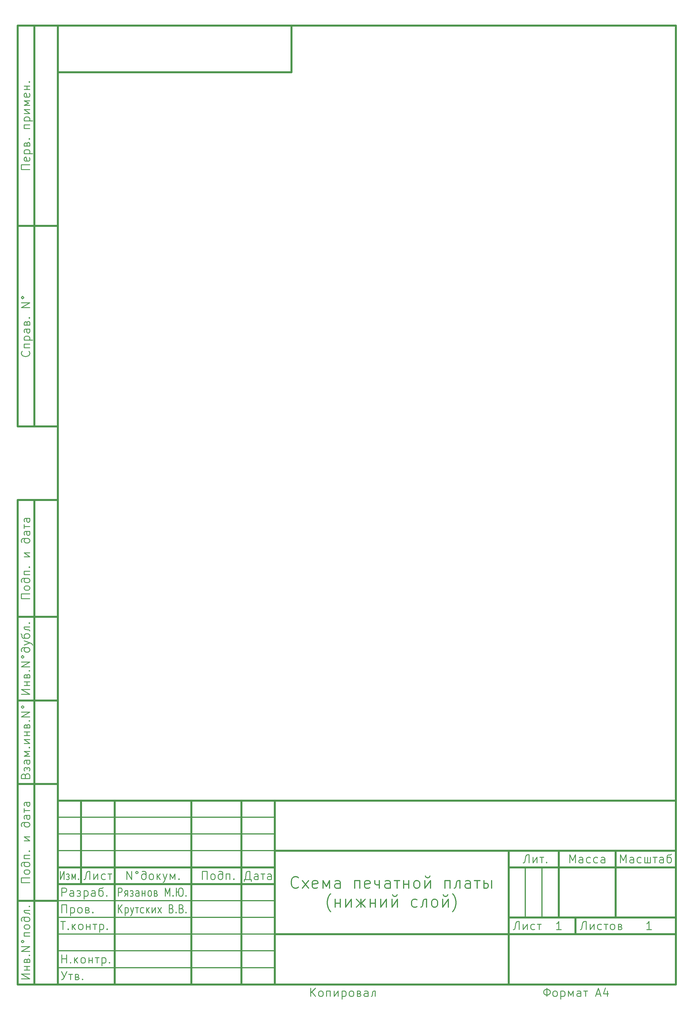
<source format=gbr>
%TF.GenerationSoftware,KiCad,Pcbnew,(6.0.0)*%
%TF.CreationDate,2022-01-12T10:47:11+03:00*%
%TF.ProjectId,Curse_PCB,43757273-655f-4504-9342-2e6b69636164,rev?*%
%TF.SameCoordinates,Original*%
%TF.FileFunction,Glue,Bot*%
%TF.FilePolarity,Positive*%
%FSLAX46Y46*%
G04 Gerber Fmt 4.6, Leading zero omitted, Abs format (unit mm)*
G04 Created by KiCad (PCBNEW (6.0.0)) date 2022-01-12 10:47:11*
%MOMM*%
%LPD*%
G01*
G04 APERTURE LIST*
%ADD10C,0.100000*%
%ADD11C,0.600000*%
%ADD12C,0.300000*%
%ADD13C,0.250000*%
%ADD14C,0.350000*%
%ADD15C,0.500000*%
G04 APERTURE END LIST*
D10*
D11*
X20000000Y-292002200D02*
X20000000Y-5000000D01*
X205007200Y-5000000D01*
X205007200Y-292002200D01*
X20000000Y-292002200D01*
D10*
D11*
X8000000Y-232002200D02*
X20000000Y-232002200D01*
D10*
D11*
X8000000Y-207002200D02*
X20000000Y-207002200D01*
D10*
D11*
X8000000Y-182002200D02*
X20000000Y-182002200D01*
D10*
D11*
X90000000Y-5000000D02*
X90000000Y-19000000D01*
D10*
D11*
X20000000Y-19000000D02*
X90000000Y-19000000D01*
D10*
D11*
X8000000Y-147002200D02*
X20000000Y-147002200D01*
D10*
D11*
X8000000Y-292002200D02*
X20000000Y-292002200D01*
D10*
D11*
X8000000Y-267002200D02*
X20000000Y-267002200D01*
D10*
D11*
X85007200Y-237002200D02*
X85007200Y-292002200D01*
D10*
D11*
X75007200Y-237002200D02*
X75007200Y-292002200D01*
D10*
D11*
X60007200Y-237002200D02*
X60007200Y-292002200D01*
D10*
D11*
X37007200Y-237002200D02*
X37007200Y-292002200D01*
D10*
D11*
X27007200Y-237002200D02*
X27007200Y-262002200D01*
D10*
D12*
X20007200Y-252002200D02*
X85007200Y-252002200D01*
D10*
D12*
X20007200Y-247002200D02*
X85007200Y-247002200D01*
D10*
D12*
X20007200Y-242002200D02*
X85007200Y-242002200D01*
D10*
D11*
X20007200Y-262002200D02*
X85007200Y-262002200D01*
D10*
D11*
X20007200Y-257002200D02*
X85007200Y-257002200D01*
D10*
D12*
X20007200Y-287002200D02*
X85007200Y-287002200D01*
D10*
D12*
X20007200Y-282002200D02*
X85007200Y-282002200D01*
D10*
D12*
X20007200Y-277002200D02*
X85007200Y-277002200D01*
D10*
D12*
X20007200Y-272002200D02*
X85007200Y-272002200D01*
D10*
D12*
X20007200Y-267002200D02*
X85007200Y-267002200D01*
D10*
D11*
X20007200Y-237002200D02*
X205007200Y-237002200D01*
D10*
D11*
X8000000Y-147002200D02*
X8000000Y-292002200D01*
D10*
D11*
X13000000Y-147002200D02*
X13000000Y-292002200D01*
D10*
D12*
X160007200Y-257002200D02*
X160007200Y-272002200D01*
D10*
D12*
X165007200Y-257002200D02*
X165007200Y-272002200D01*
D10*
D11*
X170007200Y-252002200D02*
X170007200Y-272002200D01*
D10*
D11*
X187007200Y-252002200D02*
X187007200Y-272002200D01*
D10*
D11*
X155007200Y-272002200D02*
X205007200Y-272002200D01*
D10*
D11*
X155007200Y-257002200D02*
X205007200Y-257002200D01*
D10*
D11*
X155007200Y-252002200D02*
X155007200Y-292002200D01*
D10*
D11*
X85007200Y-277002200D02*
X205007200Y-277002200D01*
D10*
D11*
X85007200Y-252002200D02*
X205007200Y-252002200D01*
D10*
D11*
X20007200Y-292002200D02*
X20007200Y-237002200D01*
D10*
D11*
X175007200Y-272002200D02*
X175007200Y-277002200D01*
D10*
D11*
X8000000Y-5002200D02*
X20000000Y-5002200D01*
D10*
D11*
X8000000Y-65002200D02*
X20000000Y-65002200D01*
D10*
D11*
X8000000Y-125002200D02*
X20000000Y-125002200D01*
D10*
D11*
X8000000Y-5002200D02*
X8000000Y-125002200D01*
D10*
D11*
X13000000Y-5002200D02*
X13000000Y-125002200D01*
D10*
D13*
X40709580Y-260633152D02*
X40709580Y-258133152D01*
X42138152Y-260633152D01*
X42138152Y-258133152D01*
X43685771Y-258133152D02*
X43447676Y-258252200D01*
X43328628Y-258490295D01*
X43447676Y-258728390D01*
X43685771Y-258847438D01*
X43923866Y-258728390D01*
X44042914Y-258490295D01*
X43923866Y-258252200D01*
X43685771Y-258133152D01*
X46423866Y-259204580D02*
X46304819Y-259085533D01*
X46066723Y-258966485D01*
X45590533Y-258966485D01*
X45352438Y-259085533D01*
X45233390Y-259204580D01*
X45114342Y-259442676D01*
X45114342Y-260156961D01*
X45233390Y-260395057D01*
X45352438Y-260514104D01*
X45590533Y-260633152D01*
X45947676Y-260633152D01*
X46185771Y-260514104D01*
X46304819Y-260395057D01*
X46423866Y-260156961D01*
X46423866Y-258609342D01*
X46304819Y-258371247D01*
X46185771Y-258252200D01*
X45947676Y-258133152D01*
X45471485Y-258133152D01*
X45233390Y-258252200D01*
X47852438Y-260633152D02*
X47614342Y-260514104D01*
X47495295Y-260395057D01*
X47376247Y-260156961D01*
X47376247Y-259442676D01*
X47495295Y-259204580D01*
X47614342Y-259085533D01*
X47852438Y-258966485D01*
X48209580Y-258966485D01*
X48447676Y-259085533D01*
X48566723Y-259204580D01*
X48685771Y-259442676D01*
X48685771Y-260156961D01*
X48566723Y-260395057D01*
X48447676Y-260514104D01*
X48209580Y-260633152D01*
X47852438Y-260633152D01*
X49757200Y-258966485D02*
X49757200Y-260633152D01*
X49995295Y-259680771D02*
X50709580Y-260633152D01*
X50709580Y-258966485D02*
X49757200Y-259918866D01*
X51542914Y-258966485D02*
X52138152Y-260633152D01*
X52733390Y-258966485D02*
X52138152Y-260633152D01*
X51900057Y-261228390D01*
X51781009Y-261347438D01*
X51542914Y-261466485D01*
X53685771Y-260633152D02*
X53685771Y-258966485D01*
X54400057Y-260276009D01*
X55114342Y-258966485D01*
X55114342Y-260633152D01*
X56304819Y-260395057D02*
X56423866Y-260514104D01*
X56304819Y-260633152D01*
X56185771Y-260514104D01*
X56304819Y-260395057D01*
X56304819Y-260633152D01*
D10*
D13*
X10321428Y-229561723D02*
X10440476Y-229204580D01*
X10559523Y-229085533D01*
X10797619Y-228966485D01*
X11154761Y-228966485D01*
X11392857Y-229085533D01*
X11511904Y-229204580D01*
X11630952Y-229442676D01*
X11630952Y-230395057D01*
X9130952Y-230395057D01*
X9130952Y-229561723D01*
X9250000Y-229323628D01*
X9369047Y-229204580D01*
X9607142Y-229085533D01*
X9845238Y-229085533D01*
X10083333Y-229204580D01*
X10202380Y-229323628D01*
X10321428Y-229561723D01*
X10321428Y-230395057D01*
X10797619Y-227656961D02*
X10797619Y-227418866D01*
X10083333Y-228133152D02*
X9964285Y-227895057D01*
X9964285Y-227418866D01*
X10083333Y-227180771D01*
X10321428Y-227061723D01*
X10440476Y-227061723D01*
X10678571Y-227180771D01*
X10797619Y-227418866D01*
X10916666Y-227180771D01*
X11154761Y-227061723D01*
X11273809Y-227061723D01*
X11511904Y-227180771D01*
X11630952Y-227418866D01*
X11630952Y-227895057D01*
X11511904Y-228133152D01*
X11630952Y-224918866D02*
X10321428Y-224918866D01*
X10083333Y-225037914D01*
X9964285Y-225276009D01*
X9964285Y-225752200D01*
X10083333Y-225990295D01*
X11511904Y-224918866D02*
X11630952Y-225156961D01*
X11630952Y-225752200D01*
X11511904Y-225990295D01*
X11273809Y-226109342D01*
X11035714Y-226109342D01*
X10797619Y-225990295D01*
X10678571Y-225752200D01*
X10678571Y-225156961D01*
X10559523Y-224918866D01*
X11630952Y-223728390D02*
X9964285Y-223728390D01*
X11273809Y-223014104D01*
X9964285Y-222299819D01*
X11630952Y-222299819D01*
X11392857Y-221109342D02*
X11511904Y-220990295D01*
X11630952Y-221109342D01*
X11511904Y-221228390D01*
X11392857Y-221109342D01*
X11630952Y-221109342D01*
X9964285Y-219918866D02*
X11630952Y-219918866D01*
X9964285Y-218728390D01*
X11630952Y-218728390D01*
X10797619Y-217537914D02*
X10797619Y-216466485D01*
X9964285Y-217537914D02*
X11630952Y-217537914D01*
X9964285Y-216466485D02*
X11630952Y-216466485D01*
X10797619Y-214680771D02*
X10916666Y-214323628D01*
X11154761Y-214204580D01*
X11273809Y-214204580D01*
X11511904Y-214323628D01*
X11630952Y-214561723D01*
X11630952Y-215276009D01*
X9964285Y-215276009D01*
X9964285Y-214680771D01*
X10083333Y-214442676D01*
X10321428Y-214323628D01*
X10440476Y-214323628D01*
X10678571Y-214442676D01*
X10797619Y-214680771D01*
X10797619Y-215276009D01*
X11392857Y-213133152D02*
X11511904Y-213014104D01*
X11630952Y-213133152D01*
X11511904Y-213252200D01*
X11392857Y-213133152D01*
X11630952Y-213133152D01*
X11630952Y-211942676D02*
X9130952Y-211942676D01*
X11630952Y-210514104D01*
X9130952Y-210514104D01*
X9130952Y-208966485D02*
X9250000Y-209204580D01*
X9488095Y-209323628D01*
X9726190Y-209204580D01*
X9845238Y-208966485D01*
X9726190Y-208728390D01*
X9488095Y-208609342D01*
X9250000Y-208728390D01*
X9130952Y-208966485D01*
D10*
D13*
X77983390Y-261228390D02*
X77983390Y-260633152D01*
X75840533Y-260633152D01*
X75840533Y-261228390D01*
X77507200Y-260633152D02*
X77507200Y-258133152D01*
X76911961Y-258133152D01*
X76673866Y-258252200D01*
X76554819Y-258371247D01*
X76435771Y-258609342D01*
X76197676Y-260633152D01*
X80007200Y-260633152D02*
X80007200Y-259323628D01*
X79888152Y-259085533D01*
X79650057Y-258966485D01*
X79173866Y-258966485D01*
X78935771Y-259085533D01*
X80007200Y-260514104D02*
X79769104Y-260633152D01*
X79173866Y-260633152D01*
X78935771Y-260514104D01*
X78816723Y-260276009D01*
X78816723Y-260037914D01*
X78935771Y-259799819D01*
X79173866Y-259680771D01*
X79769104Y-259680771D01*
X80007200Y-259561723D01*
X80840533Y-258966485D02*
X82031009Y-258966485D01*
X81435771Y-258966485D02*
X81435771Y-260633152D01*
X83935771Y-260633152D02*
X83935771Y-259323628D01*
X83816723Y-259085533D01*
X83578628Y-258966485D01*
X83102438Y-258966485D01*
X82864342Y-259085533D01*
X83935771Y-260514104D02*
X83697676Y-260633152D01*
X83102438Y-260633152D01*
X82864342Y-260514104D01*
X82745295Y-260276009D01*
X82745295Y-260037914D01*
X82864342Y-259799819D01*
X83102438Y-259680771D01*
X83697676Y-259680771D01*
X83935771Y-259561723D01*
D10*
D13*
X20822225Y-258133152D02*
X20822225Y-260633152D01*
X21896215Y-258133152D01*
X21896215Y-260633152D01*
X22970205Y-259799819D02*
X23149203Y-259799819D01*
X22612208Y-259085533D02*
X22791206Y-258966485D01*
X23149203Y-258966485D01*
X23328201Y-259085533D01*
X23417700Y-259323628D01*
X23417700Y-259442676D01*
X23328201Y-259680771D01*
X23149203Y-259799819D01*
X23328201Y-259918866D01*
X23417700Y-260156961D01*
X23417700Y-260276009D01*
X23328201Y-260514104D01*
X23149203Y-260633152D01*
X22791206Y-260633152D01*
X22612208Y-260514104D01*
X24223193Y-260633152D02*
X24223193Y-258966485D01*
X24760188Y-260276009D01*
X25297182Y-258966485D01*
X25297182Y-260633152D01*
X26192174Y-260395057D02*
X26281673Y-260514104D01*
X26192174Y-260633152D01*
X26102675Y-260514104D01*
X26192174Y-260395057D01*
X26192174Y-260633152D01*
D10*
D13*
X9130952Y-205156961D02*
X11630952Y-205156961D01*
X9130952Y-203728390D01*
X11630952Y-203728390D01*
X10797619Y-202537914D02*
X10797619Y-201466485D01*
X9964285Y-202537914D02*
X11630952Y-202537914D01*
X9964285Y-201466485D02*
X11630952Y-201466485D01*
X10797619Y-199680771D02*
X10916666Y-199323628D01*
X11154761Y-199204580D01*
X11273809Y-199204580D01*
X11511904Y-199323628D01*
X11630952Y-199561723D01*
X11630952Y-200276009D01*
X9964285Y-200276009D01*
X9964285Y-199680771D01*
X10083333Y-199442676D01*
X10321428Y-199323628D01*
X10440476Y-199323628D01*
X10678571Y-199442676D01*
X10797619Y-199680771D01*
X10797619Y-200276009D01*
X11392857Y-198133152D02*
X11511904Y-198014104D01*
X11630952Y-198133152D01*
X11511904Y-198252200D01*
X11392857Y-198133152D01*
X11630952Y-198133152D01*
X11630952Y-196942676D02*
X9130952Y-196942676D01*
X11630952Y-195514104D01*
X9130952Y-195514104D01*
X9130952Y-193966485D02*
X9250000Y-194204580D01*
X9488095Y-194323628D01*
X9726190Y-194204580D01*
X9845238Y-193966485D01*
X9726190Y-193728390D01*
X9488095Y-193609342D01*
X9250000Y-193728390D01*
X9130952Y-193966485D01*
X10202380Y-191228390D02*
X10083333Y-191347438D01*
X9964285Y-191585533D01*
X9964285Y-192061723D01*
X10083333Y-192299819D01*
X10202380Y-192418866D01*
X10440476Y-192537914D01*
X11154761Y-192537914D01*
X11392857Y-192418866D01*
X11511904Y-192299819D01*
X11630952Y-192061723D01*
X11630952Y-191704580D01*
X11511904Y-191466485D01*
X11392857Y-191347438D01*
X11154761Y-191228390D01*
X9607142Y-191228390D01*
X9369047Y-191347438D01*
X9250000Y-191466485D01*
X9130952Y-191704580D01*
X9130952Y-192180771D01*
X9250000Y-192418866D01*
X9964285Y-190395057D02*
X11630952Y-189799819D01*
X9964285Y-189204580D02*
X11630952Y-189799819D01*
X12226190Y-190037914D01*
X12345238Y-190156961D01*
X12464285Y-190395057D01*
X9011904Y-187061723D02*
X9130952Y-187180771D01*
X9250000Y-187418866D01*
X9250000Y-187895057D01*
X9369047Y-188133152D01*
X9488095Y-188252200D01*
X9726190Y-188371247D01*
X11154761Y-188371247D01*
X11392857Y-188252200D01*
X11511904Y-188133152D01*
X11630952Y-187895057D01*
X11630952Y-187537914D01*
X11511904Y-187299819D01*
X11392857Y-187180771D01*
X11154761Y-187061723D01*
X10440476Y-187061723D01*
X10202380Y-187180771D01*
X10083333Y-187299819D01*
X9964285Y-187537914D01*
X9964285Y-188014104D01*
X10083333Y-188252200D01*
X10202380Y-188371247D01*
X11630952Y-185037914D02*
X9964285Y-185037914D01*
X9964285Y-185395057D01*
X10083333Y-185633152D01*
X10321428Y-185752200D01*
X11273809Y-185871247D01*
X11511904Y-185990295D01*
X11630952Y-186228390D01*
X11392857Y-183847438D02*
X11511904Y-183728390D01*
X11630952Y-183847438D01*
X11511904Y-183966485D01*
X11392857Y-183847438D01*
X11630952Y-183847438D01*
D10*
D13*
X9130952Y-290335533D02*
X11630952Y-290335533D01*
X9130952Y-288906961D01*
X11630952Y-288906961D01*
X10797619Y-287716485D02*
X10797619Y-286645057D01*
X9964285Y-287716485D02*
X11630952Y-287716485D01*
X9964285Y-286645057D02*
X11630952Y-286645057D01*
X10797619Y-284859342D02*
X10916666Y-284502200D01*
X11154761Y-284383152D01*
X11273809Y-284383152D01*
X11511904Y-284502200D01*
X11630952Y-284740295D01*
X11630952Y-285454580D01*
X9964285Y-285454580D01*
X9964285Y-284859342D01*
X10083333Y-284621247D01*
X10321428Y-284502200D01*
X10440476Y-284502200D01*
X10678571Y-284621247D01*
X10797619Y-284859342D01*
X10797619Y-285454580D01*
X11392857Y-283311723D02*
X11511904Y-283192676D01*
X11630952Y-283311723D01*
X11511904Y-283430771D01*
X11392857Y-283311723D01*
X11630952Y-283311723D01*
X11630952Y-282121247D02*
X9130952Y-282121247D01*
X11630952Y-280692676D01*
X9130952Y-280692676D01*
X9130952Y-279145057D02*
X9250000Y-279383152D01*
X9488095Y-279502200D01*
X9726190Y-279383152D01*
X9845238Y-279145057D01*
X9726190Y-278906961D01*
X9488095Y-278787914D01*
X9250000Y-278906961D01*
X9130952Y-279145057D01*
X11630952Y-277597438D02*
X9964285Y-277597438D01*
X9964285Y-276526009D01*
X11630952Y-276526009D01*
X11630952Y-274978390D02*
X11511904Y-275216485D01*
X11392857Y-275335533D01*
X11154761Y-275454580D01*
X10440476Y-275454580D01*
X10202380Y-275335533D01*
X10083333Y-275216485D01*
X9964285Y-274978390D01*
X9964285Y-274621247D01*
X10083333Y-274383152D01*
X10202380Y-274264104D01*
X10440476Y-274145057D01*
X11154761Y-274145057D01*
X11392857Y-274264104D01*
X11511904Y-274383152D01*
X11630952Y-274621247D01*
X11630952Y-274978390D01*
X10202380Y-271883152D02*
X10083333Y-272002200D01*
X9964285Y-272240295D01*
X9964285Y-272716485D01*
X10083333Y-272954580D01*
X10202380Y-273073628D01*
X10440476Y-273192676D01*
X11154761Y-273192676D01*
X11392857Y-273073628D01*
X11511904Y-272954580D01*
X11630952Y-272716485D01*
X11630952Y-272359342D01*
X11511904Y-272121247D01*
X11392857Y-272002200D01*
X11154761Y-271883152D01*
X9607142Y-271883152D01*
X9369047Y-272002200D01*
X9250000Y-272121247D01*
X9130952Y-272359342D01*
X9130952Y-272835533D01*
X9250000Y-273073628D01*
X11630952Y-269859342D02*
X9964285Y-269859342D01*
X9964285Y-270216485D01*
X10083333Y-270454580D01*
X10321428Y-270573628D01*
X11273809Y-270692676D01*
X11511904Y-270811723D01*
X11630952Y-271049819D01*
X11392857Y-268668866D02*
X11511904Y-268549819D01*
X11630952Y-268668866D01*
X11511904Y-268787914D01*
X11392857Y-268668866D01*
X11630952Y-268668866D01*
D10*
D13*
X95727438Y-295633152D02*
X95727438Y-293133152D01*
X97156009Y-295633152D02*
X96084580Y-294204580D01*
X97156009Y-293133152D02*
X95727438Y-294561723D01*
X98584580Y-295633152D02*
X98346485Y-295514104D01*
X98227438Y-295395057D01*
X98108390Y-295156961D01*
X98108390Y-294442676D01*
X98227438Y-294204580D01*
X98346485Y-294085533D01*
X98584580Y-293966485D01*
X98941723Y-293966485D01*
X99179819Y-294085533D01*
X99298866Y-294204580D01*
X99417914Y-294442676D01*
X99417914Y-295156961D01*
X99298866Y-295395057D01*
X99179819Y-295514104D01*
X98941723Y-295633152D01*
X98584580Y-295633152D01*
X100489342Y-295633152D02*
X100489342Y-293966485D01*
X101560771Y-293966485D01*
X101560771Y-295633152D01*
X102751247Y-293966485D02*
X102751247Y-295633152D01*
X103941723Y-293966485D01*
X103941723Y-295633152D01*
X105132200Y-293966485D02*
X105132200Y-296466485D01*
X105132200Y-294085533D02*
X105370295Y-293966485D01*
X105846485Y-293966485D01*
X106084580Y-294085533D01*
X106203628Y-294204580D01*
X106322676Y-294442676D01*
X106322676Y-295156961D01*
X106203628Y-295395057D01*
X106084580Y-295514104D01*
X105846485Y-295633152D01*
X105370295Y-295633152D01*
X105132200Y-295514104D01*
X107751247Y-295633152D02*
X107513152Y-295514104D01*
X107394104Y-295395057D01*
X107275057Y-295156961D01*
X107275057Y-294442676D01*
X107394104Y-294204580D01*
X107513152Y-294085533D01*
X107751247Y-293966485D01*
X108108390Y-293966485D01*
X108346485Y-294085533D01*
X108465533Y-294204580D01*
X108584580Y-294442676D01*
X108584580Y-295156961D01*
X108465533Y-295395057D01*
X108346485Y-295514104D01*
X108108390Y-295633152D01*
X107751247Y-295633152D01*
X110251247Y-294799819D02*
X110608390Y-294918866D01*
X110727438Y-295156961D01*
X110727438Y-295276009D01*
X110608390Y-295514104D01*
X110370295Y-295633152D01*
X109656009Y-295633152D01*
X109656009Y-293966485D01*
X110251247Y-293966485D01*
X110489342Y-294085533D01*
X110608390Y-294323628D01*
X110608390Y-294442676D01*
X110489342Y-294680771D01*
X110251247Y-294799819D01*
X109656009Y-294799819D01*
X112870295Y-295633152D02*
X112870295Y-294323628D01*
X112751247Y-294085533D01*
X112513152Y-293966485D01*
X112036961Y-293966485D01*
X111798866Y-294085533D01*
X112870295Y-295514104D02*
X112632200Y-295633152D01*
X112036961Y-295633152D01*
X111798866Y-295514104D01*
X111679819Y-295276009D01*
X111679819Y-295037914D01*
X111798866Y-294799819D01*
X112036961Y-294680771D01*
X112632200Y-294680771D01*
X112870295Y-294561723D01*
X115013152Y-295633152D02*
X115013152Y-293966485D01*
X114656009Y-293966485D01*
X114417914Y-294085533D01*
X114298866Y-294323628D01*
X114179819Y-295276009D01*
X114060771Y-295514104D01*
X113822676Y-295633152D01*
D10*
D13*
X158156009Y-275633152D02*
X158156009Y-273133152D01*
X157798866Y-273133152D01*
X157441723Y-273252200D01*
X157203628Y-273490295D01*
X157084580Y-273847438D01*
X156846485Y-275276009D01*
X156727438Y-275514104D01*
X156489342Y-275633152D01*
X156370295Y-275633152D01*
X159346485Y-273966485D02*
X159346485Y-275633152D01*
X160536961Y-273966485D01*
X160536961Y-275633152D01*
X162798866Y-275514104D02*
X162560771Y-275633152D01*
X162084580Y-275633152D01*
X161846485Y-275514104D01*
X161727438Y-275395057D01*
X161608390Y-275156961D01*
X161608390Y-274442676D01*
X161727438Y-274204580D01*
X161846485Y-274085533D01*
X162084580Y-273966485D01*
X162560771Y-273966485D01*
X162798866Y-274085533D01*
X163513152Y-273966485D02*
X164703628Y-273966485D01*
X164108390Y-273966485D02*
X164108390Y-275633152D01*
D10*
D13*
X29626247Y-260633152D02*
X29626247Y-258133152D01*
X29269104Y-258133152D01*
X28911961Y-258252200D01*
X28673866Y-258490295D01*
X28554819Y-258847438D01*
X28316723Y-260276009D01*
X28197676Y-260514104D01*
X27959580Y-260633152D01*
X27840533Y-260633152D01*
X30816723Y-258966485D02*
X30816723Y-260633152D01*
X32007200Y-258966485D01*
X32007200Y-260633152D01*
X34269104Y-260514104D02*
X34031009Y-260633152D01*
X33554819Y-260633152D01*
X33316723Y-260514104D01*
X33197676Y-260395057D01*
X33078628Y-260156961D01*
X33078628Y-259442676D01*
X33197676Y-259204580D01*
X33316723Y-259085533D01*
X33554819Y-258966485D01*
X34031009Y-258966485D01*
X34269104Y-259085533D01*
X34983390Y-258966485D02*
X36173866Y-258966485D01*
X35578628Y-258966485D02*
X35578628Y-260633152D01*
D10*
D13*
X178156009Y-275633152D02*
X178156009Y-273133152D01*
X177798866Y-273133152D01*
X177441723Y-273252200D01*
X177203628Y-273490295D01*
X177084580Y-273847438D01*
X176846485Y-275276009D01*
X176727438Y-275514104D01*
X176489342Y-275633152D01*
X176370295Y-275633152D01*
X179346485Y-273966485D02*
X179346485Y-275633152D01*
X180536961Y-273966485D01*
X180536961Y-275633152D01*
X182798866Y-275514104D02*
X182560771Y-275633152D01*
X182084580Y-275633152D01*
X181846485Y-275514104D01*
X181727438Y-275395057D01*
X181608390Y-275156961D01*
X181608390Y-274442676D01*
X181727438Y-274204580D01*
X181846485Y-274085533D01*
X182084580Y-273966485D01*
X182560771Y-273966485D01*
X182798866Y-274085533D01*
X183513152Y-273966485D02*
X184703628Y-273966485D01*
X184108390Y-273966485D02*
X184108390Y-275633152D01*
X185894104Y-275633152D02*
X185656009Y-275514104D01*
X185536961Y-275395057D01*
X185417914Y-275156961D01*
X185417914Y-274442676D01*
X185536961Y-274204580D01*
X185656009Y-274085533D01*
X185894104Y-273966485D01*
X186251247Y-273966485D01*
X186489342Y-274085533D01*
X186608390Y-274204580D01*
X186727438Y-274442676D01*
X186727438Y-275156961D01*
X186608390Y-275395057D01*
X186489342Y-275514104D01*
X186251247Y-275633152D01*
X185894104Y-275633152D01*
X188394104Y-274799819D02*
X188751247Y-274918866D01*
X188870295Y-275156961D01*
X188870295Y-275276009D01*
X188751247Y-275514104D01*
X188513152Y-275633152D01*
X187798866Y-275633152D01*
X187798866Y-273966485D01*
X188394104Y-273966485D01*
X188632200Y-274085533D01*
X188751247Y-274323628D01*
X188751247Y-274442676D01*
X188632200Y-274680771D01*
X188394104Y-274799819D01*
X187798866Y-274799819D01*
D10*
D13*
X161102438Y-255633152D02*
X161102438Y-253133152D01*
X160745295Y-253133152D01*
X160388152Y-253252200D01*
X160150057Y-253490295D01*
X160031009Y-253847438D01*
X159792914Y-255276009D01*
X159673866Y-255514104D01*
X159435771Y-255633152D01*
X159316723Y-255633152D01*
X162292914Y-253966485D02*
X162292914Y-255633152D01*
X163483390Y-253966485D01*
X163483390Y-255633152D01*
X164316723Y-253966485D02*
X165507200Y-253966485D01*
X164911961Y-253966485D02*
X164911961Y-255633152D01*
X166340533Y-255395057D02*
X166459580Y-255514104D01*
X166340533Y-255633152D01*
X166221485Y-255514104D01*
X166340533Y-255395057D01*
X166340533Y-255633152D01*
D10*
D13*
X173269104Y-255633152D02*
X173269104Y-253133152D01*
X174102438Y-254918866D01*
X174935771Y-253133152D01*
X174935771Y-255633152D01*
X177197676Y-255633152D02*
X177197676Y-254323628D01*
X177078628Y-254085533D01*
X176840533Y-253966485D01*
X176364342Y-253966485D01*
X176126247Y-254085533D01*
X177197676Y-255514104D02*
X176959580Y-255633152D01*
X176364342Y-255633152D01*
X176126247Y-255514104D01*
X176007200Y-255276009D01*
X176007200Y-255037914D01*
X176126247Y-254799819D01*
X176364342Y-254680771D01*
X176959580Y-254680771D01*
X177197676Y-254561723D01*
X179459580Y-255514104D02*
X179221485Y-255633152D01*
X178745295Y-255633152D01*
X178507200Y-255514104D01*
X178388152Y-255395057D01*
X178269104Y-255156961D01*
X178269104Y-254442676D01*
X178388152Y-254204580D01*
X178507200Y-254085533D01*
X178745295Y-253966485D01*
X179221485Y-253966485D01*
X179459580Y-254085533D01*
X181602438Y-255514104D02*
X181364342Y-255633152D01*
X180888152Y-255633152D01*
X180650057Y-255514104D01*
X180531009Y-255395057D01*
X180411961Y-255156961D01*
X180411961Y-254442676D01*
X180531009Y-254204580D01*
X180650057Y-254085533D01*
X180888152Y-253966485D01*
X181364342Y-253966485D01*
X181602438Y-254085533D01*
X183745295Y-255633152D02*
X183745295Y-254323628D01*
X183626247Y-254085533D01*
X183388152Y-253966485D01*
X182911961Y-253966485D01*
X182673866Y-254085533D01*
X183745295Y-255514104D02*
X183507200Y-255633152D01*
X182911961Y-255633152D01*
X182673866Y-255514104D01*
X182554819Y-255276009D01*
X182554819Y-255037914D01*
X182673866Y-254799819D01*
X182911961Y-254680771D01*
X183507200Y-254680771D01*
X183745295Y-254561723D01*
D10*
D13*
X188447676Y-255633152D02*
X188447676Y-253133152D01*
X189281009Y-254918866D01*
X190114342Y-253133152D01*
X190114342Y-255633152D01*
X192376247Y-255633152D02*
X192376247Y-254323628D01*
X192257200Y-254085533D01*
X192019104Y-253966485D01*
X191542914Y-253966485D01*
X191304819Y-254085533D01*
X192376247Y-255514104D02*
X192138152Y-255633152D01*
X191542914Y-255633152D01*
X191304819Y-255514104D01*
X191185771Y-255276009D01*
X191185771Y-255037914D01*
X191304819Y-254799819D01*
X191542914Y-254680771D01*
X192138152Y-254680771D01*
X192376247Y-254561723D01*
X194638152Y-255514104D02*
X194400057Y-255633152D01*
X193923866Y-255633152D01*
X193685771Y-255514104D01*
X193566723Y-255395057D01*
X193447676Y-255156961D01*
X193447676Y-254442676D01*
X193566723Y-254204580D01*
X193685771Y-254085533D01*
X193923866Y-253966485D01*
X194400057Y-253966485D01*
X194638152Y-254085533D01*
X196542914Y-253966485D02*
X196542914Y-255633152D01*
X195709580Y-253966485D02*
X195709580Y-255633152D01*
X197376247Y-255633152D01*
X197376247Y-253966485D01*
X198209580Y-253966485D02*
X199400057Y-253966485D01*
X198804819Y-253966485D02*
X198804819Y-255633152D01*
X201304819Y-255633152D02*
X201304819Y-254323628D01*
X201185771Y-254085533D01*
X200947676Y-253966485D01*
X200471485Y-253966485D01*
X200233390Y-254085533D01*
X201304819Y-255514104D02*
X201066723Y-255633152D01*
X200471485Y-255633152D01*
X200233390Y-255514104D01*
X200114342Y-255276009D01*
X200114342Y-255037914D01*
X200233390Y-254799819D01*
X200471485Y-254680771D01*
X201066723Y-254680771D01*
X201304819Y-254561723D01*
X203685771Y-253014104D02*
X203566723Y-253133152D01*
X203328628Y-253252200D01*
X202852438Y-253252200D01*
X202614342Y-253371247D01*
X202495295Y-253490295D01*
X202376247Y-253728390D01*
X202376247Y-255156961D01*
X202495295Y-255395057D01*
X202614342Y-255514104D01*
X202852438Y-255633152D01*
X203209580Y-255633152D01*
X203447676Y-255514104D01*
X203566723Y-255395057D01*
X203685771Y-255156961D01*
X203685771Y-254442676D01*
X203566723Y-254204580D01*
X203447676Y-254085533D01*
X203209580Y-253966485D01*
X202733390Y-253966485D01*
X202495295Y-254085533D01*
X202376247Y-254204580D01*
D10*
D13*
X21227438Y-285633152D02*
X21227438Y-283133152D01*
X21227438Y-284323628D02*
X22656009Y-284323628D01*
X22656009Y-285633152D02*
X22656009Y-283133152D01*
X23846485Y-285395057D02*
X23965533Y-285514104D01*
X23846485Y-285633152D01*
X23727438Y-285514104D01*
X23846485Y-285395057D01*
X23846485Y-285633152D01*
X25036961Y-283966485D02*
X25036961Y-285633152D01*
X25275057Y-284680771D02*
X25989342Y-285633152D01*
X25989342Y-283966485D02*
X25036961Y-284918866D01*
X27417914Y-285633152D02*
X27179819Y-285514104D01*
X27060771Y-285395057D01*
X26941723Y-285156961D01*
X26941723Y-284442676D01*
X27060771Y-284204580D01*
X27179819Y-284085533D01*
X27417914Y-283966485D01*
X27775057Y-283966485D01*
X28013152Y-284085533D01*
X28132200Y-284204580D01*
X28251247Y-284442676D01*
X28251247Y-285156961D01*
X28132200Y-285395057D01*
X28013152Y-285514104D01*
X27775057Y-285633152D01*
X27417914Y-285633152D01*
X29322676Y-284799819D02*
X30394104Y-284799819D01*
X29322676Y-283966485D02*
X29322676Y-285633152D01*
X30394104Y-283966485D02*
X30394104Y-285633152D01*
X31227438Y-283966485D02*
X32417914Y-283966485D01*
X31822676Y-283966485D02*
X31822676Y-285633152D01*
X33251247Y-283966485D02*
X33251247Y-286466485D01*
X33251247Y-284085533D02*
X33489342Y-283966485D01*
X33965533Y-283966485D01*
X34203628Y-284085533D01*
X34322676Y-284204580D01*
X34441723Y-284442676D01*
X34441723Y-285156961D01*
X34322676Y-285395057D01*
X34203628Y-285514104D01*
X33965533Y-285633152D01*
X33489342Y-285633152D01*
X33251247Y-285514104D01*
X35513152Y-285395057D02*
X35632200Y-285514104D01*
X35513152Y-285633152D01*
X35394104Y-285514104D01*
X35513152Y-285395057D01*
X35513152Y-285633152D01*
D10*
D13*
X11630952Y-48097438D02*
X9130952Y-48097438D01*
X9130952Y-46668866D01*
X11630952Y-46668866D01*
X11511904Y-44526009D02*
X11630952Y-44764104D01*
X11630952Y-45240295D01*
X11511904Y-45478390D01*
X11273809Y-45597438D01*
X10321428Y-45597438D01*
X10083333Y-45478390D01*
X9964285Y-45240295D01*
X9964285Y-44764104D01*
X10083333Y-44526009D01*
X10321428Y-44406961D01*
X10559523Y-44406961D01*
X10797619Y-45597438D01*
X9964285Y-43335533D02*
X12464285Y-43335533D01*
X10083333Y-43335533D02*
X9964285Y-43097438D01*
X9964285Y-42621247D01*
X10083333Y-42383152D01*
X10202380Y-42264104D01*
X10440476Y-42145057D01*
X11154761Y-42145057D01*
X11392857Y-42264104D01*
X11511904Y-42383152D01*
X11630952Y-42621247D01*
X11630952Y-43097438D01*
X11511904Y-43335533D01*
X10797619Y-40478390D02*
X10916666Y-40121247D01*
X11154761Y-40002200D01*
X11273809Y-40002200D01*
X11511904Y-40121247D01*
X11630952Y-40359342D01*
X11630952Y-41073628D01*
X9964285Y-41073628D01*
X9964285Y-40478390D01*
X10083333Y-40240295D01*
X10321428Y-40121247D01*
X10440476Y-40121247D01*
X10678571Y-40240295D01*
X10797619Y-40478390D01*
X10797619Y-41073628D01*
X11392857Y-38930771D02*
X11511904Y-38811723D01*
X11630952Y-38930771D01*
X11511904Y-39049819D01*
X11392857Y-38930771D01*
X11630952Y-38930771D01*
X11630952Y-35835533D02*
X9964285Y-35835533D01*
X9964285Y-34764104D01*
X11630952Y-34764104D01*
X9964285Y-33573628D02*
X12464285Y-33573628D01*
X10083333Y-33573628D02*
X9964285Y-33335533D01*
X9964285Y-32859342D01*
X10083333Y-32621247D01*
X10202380Y-32502200D01*
X10440476Y-32383152D01*
X11154761Y-32383152D01*
X11392857Y-32502200D01*
X11511904Y-32621247D01*
X11630952Y-32859342D01*
X11630952Y-33335533D01*
X11511904Y-33573628D01*
X9964285Y-31311723D02*
X11630952Y-31311723D01*
X9964285Y-30121247D01*
X11630952Y-30121247D01*
X11630952Y-28930771D02*
X9964285Y-28930771D01*
X11273809Y-28216485D01*
X9964285Y-27502200D01*
X11630952Y-27502200D01*
X11511904Y-25359342D02*
X11630952Y-25597438D01*
X11630952Y-26073628D01*
X11511904Y-26311723D01*
X11273809Y-26430771D01*
X10321428Y-26430771D01*
X10083333Y-26311723D01*
X9964285Y-26073628D01*
X9964285Y-25597438D01*
X10083333Y-25359342D01*
X10321428Y-25240295D01*
X10559523Y-25240295D01*
X10797619Y-26430771D01*
X10797619Y-24168866D02*
X10797619Y-23097438D01*
X9964285Y-24168866D02*
X11630952Y-24168866D01*
X9964285Y-23097438D02*
X11630952Y-23097438D01*
X11392857Y-21906961D02*
X11511904Y-21787914D01*
X11630952Y-21906961D01*
X11511904Y-22026009D01*
X11392857Y-21906961D01*
X11630952Y-21906961D01*
D10*
D13*
X11630952Y-261526009D02*
X9130952Y-261526009D01*
X9130952Y-260097438D01*
X11630952Y-260097438D01*
X11630952Y-258549819D02*
X11511904Y-258787914D01*
X11392857Y-258906961D01*
X11154761Y-259026009D01*
X10440476Y-259026009D01*
X10202380Y-258906961D01*
X10083333Y-258787914D01*
X9964285Y-258549819D01*
X9964285Y-258192676D01*
X10083333Y-257954580D01*
X10202380Y-257835533D01*
X10440476Y-257716485D01*
X11154761Y-257716485D01*
X11392857Y-257835533D01*
X11511904Y-257954580D01*
X11630952Y-258192676D01*
X11630952Y-258549819D01*
X10202380Y-255454580D02*
X10083333Y-255573628D01*
X9964285Y-255811723D01*
X9964285Y-256287914D01*
X10083333Y-256526009D01*
X10202380Y-256645057D01*
X10440476Y-256764104D01*
X11154761Y-256764104D01*
X11392857Y-256645057D01*
X11511904Y-256526009D01*
X11630952Y-256287914D01*
X11630952Y-255930771D01*
X11511904Y-255692676D01*
X11392857Y-255573628D01*
X11154761Y-255454580D01*
X9607142Y-255454580D01*
X9369047Y-255573628D01*
X9250000Y-255692676D01*
X9130952Y-255930771D01*
X9130952Y-256406961D01*
X9250000Y-256645057D01*
X11630952Y-254383152D02*
X9964285Y-254383152D01*
X9964285Y-253311723D01*
X11630952Y-253311723D01*
X11392857Y-252121247D02*
X11511904Y-252002200D01*
X11630952Y-252121247D01*
X11511904Y-252240295D01*
X11392857Y-252121247D01*
X11630952Y-252121247D01*
X9964285Y-249026009D02*
X11630952Y-249026009D01*
X9964285Y-247835533D01*
X11630952Y-247835533D01*
X10202380Y-243549819D02*
X10083333Y-243668866D01*
X9964285Y-243906961D01*
X9964285Y-244383152D01*
X10083333Y-244621247D01*
X10202380Y-244740295D01*
X10440476Y-244859342D01*
X11154761Y-244859342D01*
X11392857Y-244740295D01*
X11511904Y-244621247D01*
X11630952Y-244383152D01*
X11630952Y-244026009D01*
X11511904Y-243787914D01*
X11392857Y-243668866D01*
X11154761Y-243549819D01*
X9607142Y-243549819D01*
X9369047Y-243668866D01*
X9250000Y-243787914D01*
X9130952Y-244026009D01*
X9130952Y-244502200D01*
X9250000Y-244740295D01*
X11630952Y-241406961D02*
X10321428Y-241406961D01*
X10083333Y-241526009D01*
X9964285Y-241764104D01*
X9964285Y-242240295D01*
X10083333Y-242478390D01*
X11511904Y-241406961D02*
X11630952Y-241645057D01*
X11630952Y-242240295D01*
X11511904Y-242478390D01*
X11273809Y-242597438D01*
X11035714Y-242597438D01*
X10797619Y-242478390D01*
X10678571Y-242240295D01*
X10678571Y-241645057D01*
X10559523Y-241406961D01*
X9964285Y-240573628D02*
X9964285Y-239383152D01*
X9964285Y-239978390D02*
X11630952Y-239978390D01*
X11630952Y-237478390D02*
X10321428Y-237478390D01*
X10083333Y-237597438D01*
X9964285Y-237835533D01*
X9964285Y-238311723D01*
X10083333Y-238549819D01*
X11511904Y-237478390D02*
X11630952Y-237716485D01*
X11630952Y-238311723D01*
X11511904Y-238549819D01*
X11273809Y-238668866D01*
X11035714Y-238668866D01*
X10797619Y-238549819D01*
X10678571Y-238311723D01*
X10678571Y-237716485D01*
X10559523Y-237478390D01*
D10*
D13*
X11630952Y-176526009D02*
X9130952Y-176526009D01*
X9130952Y-175097438D01*
X11630952Y-175097438D01*
X11630952Y-173549819D02*
X11511904Y-173787914D01*
X11392857Y-173906961D01*
X11154761Y-174026009D01*
X10440476Y-174026009D01*
X10202380Y-173906961D01*
X10083333Y-173787914D01*
X9964285Y-173549819D01*
X9964285Y-173192676D01*
X10083333Y-172954580D01*
X10202380Y-172835533D01*
X10440476Y-172716485D01*
X11154761Y-172716485D01*
X11392857Y-172835533D01*
X11511904Y-172954580D01*
X11630952Y-173192676D01*
X11630952Y-173549819D01*
X10202380Y-170454580D02*
X10083333Y-170573628D01*
X9964285Y-170811723D01*
X9964285Y-171287914D01*
X10083333Y-171526009D01*
X10202380Y-171645057D01*
X10440476Y-171764104D01*
X11154761Y-171764104D01*
X11392857Y-171645057D01*
X11511904Y-171526009D01*
X11630952Y-171287914D01*
X11630952Y-170930771D01*
X11511904Y-170692676D01*
X11392857Y-170573628D01*
X11154761Y-170454580D01*
X9607142Y-170454580D01*
X9369047Y-170573628D01*
X9250000Y-170692676D01*
X9130952Y-170930771D01*
X9130952Y-171406961D01*
X9250000Y-171645057D01*
X11630952Y-169383152D02*
X9964285Y-169383152D01*
X9964285Y-168311723D01*
X11630952Y-168311723D01*
X11392857Y-167121247D02*
X11511904Y-167002200D01*
X11630952Y-167121247D01*
X11511904Y-167240295D01*
X11392857Y-167121247D01*
X11630952Y-167121247D01*
X9964285Y-164026009D02*
X11630952Y-164026009D01*
X9964285Y-162835533D01*
X11630952Y-162835533D01*
X10202380Y-158549819D02*
X10083333Y-158668866D01*
X9964285Y-158906961D01*
X9964285Y-159383152D01*
X10083333Y-159621247D01*
X10202380Y-159740295D01*
X10440476Y-159859342D01*
X11154761Y-159859342D01*
X11392857Y-159740295D01*
X11511904Y-159621247D01*
X11630952Y-159383152D01*
X11630952Y-159026009D01*
X11511904Y-158787914D01*
X11392857Y-158668866D01*
X11154761Y-158549819D01*
X9607142Y-158549819D01*
X9369047Y-158668866D01*
X9250000Y-158787914D01*
X9130952Y-159026009D01*
X9130952Y-159502200D01*
X9250000Y-159740295D01*
X11630952Y-156406961D02*
X10321428Y-156406961D01*
X10083333Y-156526009D01*
X9964285Y-156764104D01*
X9964285Y-157240295D01*
X10083333Y-157478390D01*
X11511904Y-156406961D02*
X11630952Y-156645057D01*
X11630952Y-157240295D01*
X11511904Y-157478390D01*
X11273809Y-157597438D01*
X11035714Y-157597438D01*
X10797619Y-157478390D01*
X10678571Y-157240295D01*
X10678571Y-156645057D01*
X10559523Y-156406961D01*
X9964285Y-155573628D02*
X9964285Y-154383152D01*
X9964285Y-154978390D02*
X11630952Y-154978390D01*
X11630952Y-152478390D02*
X10321428Y-152478390D01*
X10083333Y-152597438D01*
X9964285Y-152835533D01*
X9964285Y-153311723D01*
X10083333Y-153549819D01*
X11511904Y-152478390D02*
X11630952Y-152716485D01*
X11630952Y-153311723D01*
X11511904Y-153549819D01*
X11273809Y-153668866D01*
X11035714Y-153668866D01*
X10797619Y-153549819D01*
X10678571Y-153311723D01*
X10678571Y-152716485D01*
X10559523Y-152478390D01*
D10*
D13*
X63304819Y-260633152D02*
X63304819Y-258133152D01*
X64733390Y-258133152D01*
X64733390Y-260633152D01*
X66281009Y-260633152D02*
X66042914Y-260514104D01*
X65923866Y-260395057D01*
X65804819Y-260156961D01*
X65804819Y-259442676D01*
X65923866Y-259204580D01*
X66042914Y-259085533D01*
X66281009Y-258966485D01*
X66638152Y-258966485D01*
X66876247Y-259085533D01*
X66995295Y-259204580D01*
X67114342Y-259442676D01*
X67114342Y-260156961D01*
X66995295Y-260395057D01*
X66876247Y-260514104D01*
X66638152Y-260633152D01*
X66281009Y-260633152D01*
X69376247Y-259204580D02*
X69257200Y-259085533D01*
X69019104Y-258966485D01*
X68542914Y-258966485D01*
X68304819Y-259085533D01*
X68185771Y-259204580D01*
X68066723Y-259442676D01*
X68066723Y-260156961D01*
X68185771Y-260395057D01*
X68304819Y-260514104D01*
X68542914Y-260633152D01*
X68900057Y-260633152D01*
X69138152Y-260514104D01*
X69257200Y-260395057D01*
X69376247Y-260156961D01*
X69376247Y-258609342D01*
X69257200Y-258371247D01*
X69138152Y-258252200D01*
X68900057Y-258133152D01*
X68423866Y-258133152D01*
X68185771Y-258252200D01*
X70447676Y-260633152D02*
X70447676Y-258966485D01*
X71519104Y-258966485D01*
X71519104Y-260633152D01*
X72709580Y-260395057D02*
X72828628Y-260514104D01*
X72709580Y-260633152D01*
X72590533Y-260514104D01*
X72709580Y-260395057D01*
X72709580Y-260633152D01*
D10*
D13*
X21227438Y-270633152D02*
X21227438Y-268133152D01*
X22656009Y-268133152D01*
X22656009Y-270633152D01*
X23846485Y-268966485D02*
X23846485Y-271466485D01*
X23846485Y-269085533D02*
X24084580Y-268966485D01*
X24560771Y-268966485D01*
X24798866Y-269085533D01*
X24917914Y-269204580D01*
X25036961Y-269442676D01*
X25036961Y-270156961D01*
X24917914Y-270395057D01*
X24798866Y-270514104D01*
X24560771Y-270633152D01*
X24084580Y-270633152D01*
X23846485Y-270514104D01*
X26465533Y-270633152D02*
X26227438Y-270514104D01*
X26108390Y-270395057D01*
X25989342Y-270156961D01*
X25989342Y-269442676D01*
X26108390Y-269204580D01*
X26227438Y-269085533D01*
X26465533Y-268966485D01*
X26822676Y-268966485D01*
X27060771Y-269085533D01*
X27179819Y-269204580D01*
X27298866Y-269442676D01*
X27298866Y-270156961D01*
X27179819Y-270395057D01*
X27060771Y-270514104D01*
X26822676Y-270633152D01*
X26465533Y-270633152D01*
X28965533Y-269799819D02*
X29322676Y-269918866D01*
X29441723Y-270156961D01*
X29441723Y-270276009D01*
X29322676Y-270514104D01*
X29084580Y-270633152D01*
X28370295Y-270633152D01*
X28370295Y-268966485D01*
X28965533Y-268966485D01*
X29203628Y-269085533D01*
X29322676Y-269323628D01*
X29322676Y-269442676D01*
X29203628Y-269680771D01*
X28965533Y-269799819D01*
X28370295Y-269799819D01*
X30513152Y-270395057D02*
X30632200Y-270514104D01*
X30513152Y-270633152D01*
X30394104Y-270514104D01*
X30513152Y-270395057D01*
X30513152Y-270633152D01*
D10*
D13*
X21227438Y-265633152D02*
X21227438Y-263133152D01*
X22179819Y-263133152D01*
X22417914Y-263252200D01*
X22536961Y-263371247D01*
X22656009Y-263609342D01*
X22656009Y-263966485D01*
X22536961Y-264204580D01*
X22417914Y-264323628D01*
X22179819Y-264442676D01*
X21227438Y-264442676D01*
X24798866Y-265633152D02*
X24798866Y-264323628D01*
X24679819Y-264085533D01*
X24441723Y-263966485D01*
X23965533Y-263966485D01*
X23727438Y-264085533D01*
X24798866Y-265514104D02*
X24560771Y-265633152D01*
X23965533Y-265633152D01*
X23727438Y-265514104D01*
X23608390Y-265276009D01*
X23608390Y-265037914D01*
X23727438Y-264799819D01*
X23965533Y-264680771D01*
X24560771Y-264680771D01*
X24798866Y-264561723D01*
X26227438Y-264799819D02*
X26465533Y-264799819D01*
X25751247Y-264085533D02*
X25989342Y-263966485D01*
X26465533Y-263966485D01*
X26703628Y-264085533D01*
X26822676Y-264323628D01*
X26822676Y-264442676D01*
X26703628Y-264680771D01*
X26465533Y-264799819D01*
X26703628Y-264918866D01*
X26822676Y-265156961D01*
X26822676Y-265276009D01*
X26703628Y-265514104D01*
X26465533Y-265633152D01*
X25989342Y-265633152D01*
X25751247Y-265514104D01*
X27894104Y-263966485D02*
X27894104Y-266466485D01*
X27894104Y-264085533D02*
X28132200Y-263966485D01*
X28608390Y-263966485D01*
X28846485Y-264085533D01*
X28965533Y-264204580D01*
X29084580Y-264442676D01*
X29084580Y-265156961D01*
X28965533Y-265395057D01*
X28846485Y-265514104D01*
X28608390Y-265633152D01*
X28132200Y-265633152D01*
X27894104Y-265514104D01*
X31227438Y-265633152D02*
X31227438Y-264323628D01*
X31108390Y-264085533D01*
X30870295Y-263966485D01*
X30394104Y-263966485D01*
X30156009Y-264085533D01*
X31227438Y-265514104D02*
X30989342Y-265633152D01*
X30394104Y-265633152D01*
X30156009Y-265514104D01*
X30036961Y-265276009D01*
X30036961Y-265037914D01*
X30156009Y-264799819D01*
X30394104Y-264680771D01*
X30989342Y-264680771D01*
X31227438Y-264561723D01*
X33608390Y-263014104D02*
X33489342Y-263133152D01*
X33251247Y-263252200D01*
X32775057Y-263252200D01*
X32536961Y-263371247D01*
X32417914Y-263490295D01*
X32298866Y-263728390D01*
X32298866Y-265156961D01*
X32417914Y-265395057D01*
X32536961Y-265514104D01*
X32775057Y-265633152D01*
X33132200Y-265633152D01*
X33370295Y-265514104D01*
X33489342Y-265395057D01*
X33608390Y-265156961D01*
X33608390Y-264442676D01*
X33489342Y-264204580D01*
X33370295Y-264085533D01*
X33132200Y-263966485D01*
X32656009Y-263966485D01*
X32417914Y-264085533D01*
X32298866Y-264204580D01*
X34679819Y-265395057D02*
X34798866Y-265514104D01*
X34679819Y-265633152D01*
X34560771Y-265514104D01*
X34679819Y-265395057D01*
X34679819Y-265633152D01*
D10*
D13*
X11392857Y-102502200D02*
X11511904Y-102621247D01*
X11630952Y-102978390D01*
X11630952Y-103216485D01*
X11511904Y-103573628D01*
X11273809Y-103811723D01*
X11035714Y-103930771D01*
X10559523Y-104049819D01*
X10202380Y-104049819D01*
X9726190Y-103930771D01*
X9488095Y-103811723D01*
X9250000Y-103573628D01*
X9130952Y-103216485D01*
X9130952Y-102978390D01*
X9250000Y-102621247D01*
X9369047Y-102502200D01*
X11630952Y-101430771D02*
X9964285Y-101430771D01*
X9964285Y-100359342D01*
X11630952Y-100359342D01*
X9964285Y-99168866D02*
X12464285Y-99168866D01*
X10083333Y-99168866D02*
X9964285Y-98930771D01*
X9964285Y-98454580D01*
X10083333Y-98216485D01*
X10202380Y-98097438D01*
X10440476Y-97978390D01*
X11154761Y-97978390D01*
X11392857Y-98097438D01*
X11511904Y-98216485D01*
X11630952Y-98454580D01*
X11630952Y-98930771D01*
X11511904Y-99168866D01*
X11630952Y-95835533D02*
X10321428Y-95835533D01*
X10083333Y-95954580D01*
X9964285Y-96192676D01*
X9964285Y-96668866D01*
X10083333Y-96906961D01*
X11511904Y-95835533D02*
X11630952Y-96073628D01*
X11630952Y-96668866D01*
X11511904Y-96906961D01*
X11273809Y-97026009D01*
X11035714Y-97026009D01*
X10797619Y-96906961D01*
X10678571Y-96668866D01*
X10678571Y-96073628D01*
X10559523Y-95835533D01*
X10797619Y-94049819D02*
X10916666Y-93692676D01*
X11154761Y-93573628D01*
X11273809Y-93573628D01*
X11511904Y-93692676D01*
X11630952Y-93930771D01*
X11630952Y-94645057D01*
X9964285Y-94645057D01*
X9964285Y-94049819D01*
X10083333Y-93811723D01*
X10321428Y-93692676D01*
X10440476Y-93692676D01*
X10678571Y-93811723D01*
X10797619Y-94049819D01*
X10797619Y-94645057D01*
X11392857Y-92502200D02*
X11511904Y-92383152D01*
X11630952Y-92502200D01*
X11511904Y-92621247D01*
X11392857Y-92502200D01*
X11630952Y-92502200D01*
X11630952Y-89406961D02*
X9130952Y-89406961D01*
X11630952Y-87978390D01*
X9130952Y-87978390D01*
X9130952Y-86430771D02*
X9250000Y-86668866D01*
X9488095Y-86787914D01*
X9726190Y-86668866D01*
X9845238Y-86430771D01*
X9726190Y-86192676D01*
X9488095Y-86073628D01*
X9250000Y-86192676D01*
X9130952Y-86430771D01*
D10*
D13*
X20870295Y-273133152D02*
X22298866Y-273133152D01*
X21584580Y-275633152D02*
X21584580Y-273133152D01*
X23132200Y-275395057D02*
X23251247Y-275514104D01*
X23132200Y-275633152D01*
X23013152Y-275514104D01*
X23132200Y-275395057D01*
X23132200Y-275633152D01*
X24322676Y-273966485D02*
X24322676Y-275633152D01*
X24560771Y-274680771D02*
X25275057Y-275633152D01*
X25275057Y-273966485D02*
X24322676Y-274918866D01*
X26703628Y-275633152D02*
X26465533Y-275514104D01*
X26346485Y-275395057D01*
X26227438Y-275156961D01*
X26227438Y-274442676D01*
X26346485Y-274204580D01*
X26465533Y-274085533D01*
X26703628Y-273966485D01*
X27060771Y-273966485D01*
X27298866Y-274085533D01*
X27417914Y-274204580D01*
X27536961Y-274442676D01*
X27536961Y-275156961D01*
X27417914Y-275395057D01*
X27298866Y-275514104D01*
X27060771Y-275633152D01*
X26703628Y-275633152D01*
X28608390Y-274799819D02*
X29679819Y-274799819D01*
X28608390Y-273966485D02*
X28608390Y-275633152D01*
X29679819Y-273966485D02*
X29679819Y-275633152D01*
X30513152Y-273966485D02*
X31703628Y-273966485D01*
X31108390Y-273966485D02*
X31108390Y-275633152D01*
X32536961Y-273966485D02*
X32536961Y-276466485D01*
X32536961Y-274085533D02*
X32775057Y-273966485D01*
X33251247Y-273966485D01*
X33489342Y-274085533D01*
X33608390Y-274204580D01*
X33727438Y-274442676D01*
X33727438Y-275156961D01*
X33608390Y-275395057D01*
X33489342Y-275514104D01*
X33251247Y-275633152D01*
X32775057Y-275633152D01*
X32536961Y-275514104D01*
X34798866Y-275395057D02*
X34917914Y-275514104D01*
X34798866Y-275633152D01*
X34679819Y-275514104D01*
X34798866Y-275395057D01*
X34798866Y-275633152D01*
D10*
D13*
X21108390Y-288133152D02*
X21941723Y-289799819D01*
X22775057Y-288133152D02*
X21703628Y-290276009D01*
X21465533Y-290514104D01*
X21227438Y-290633152D01*
X21108390Y-290633152D01*
X23251247Y-288966485D02*
X24441723Y-288966485D01*
X23846485Y-288966485D02*
X23846485Y-290633152D01*
X25870295Y-289799819D02*
X26227438Y-289918866D01*
X26346485Y-290156961D01*
X26346485Y-290276009D01*
X26227438Y-290514104D01*
X25989342Y-290633152D01*
X25275057Y-290633152D01*
X25275057Y-288966485D01*
X25870295Y-288966485D01*
X26108390Y-289085533D01*
X26227438Y-289323628D01*
X26227438Y-289442676D01*
X26108390Y-289680771D01*
X25870295Y-289799819D01*
X25275057Y-289799819D01*
X27417914Y-290395057D02*
X27536961Y-290514104D01*
X27417914Y-290633152D01*
X27298866Y-290514104D01*
X27417914Y-290395057D01*
X27417914Y-290633152D01*
D10*
D13*
X166441723Y-295633152D02*
X166441723Y-293133152D01*
X166203628Y-293490295D02*
X166679819Y-293490295D01*
X167036961Y-293609342D01*
X167275057Y-293847438D01*
X167394104Y-294085533D01*
X167394104Y-294561723D01*
X167275057Y-294799819D01*
X167036961Y-295037914D01*
X166679819Y-295156961D01*
X166203628Y-295156961D01*
X165846485Y-295037914D01*
X165608390Y-294799819D01*
X165489342Y-294561723D01*
X165489342Y-294085533D01*
X165608390Y-293847438D01*
X165846485Y-293609342D01*
X166203628Y-293490295D01*
X168703628Y-295633152D02*
X168465533Y-295514104D01*
X168346485Y-295395057D01*
X168227438Y-295156961D01*
X168227438Y-294442676D01*
X168346485Y-294204580D01*
X168465533Y-294085533D01*
X168703628Y-293966485D01*
X169060771Y-293966485D01*
X169298866Y-294085533D01*
X169417914Y-294204580D01*
X169536961Y-294442676D01*
X169536961Y-295156961D01*
X169417914Y-295395057D01*
X169298866Y-295514104D01*
X169060771Y-295633152D01*
X168703628Y-295633152D01*
X170608390Y-293966485D02*
X170608390Y-296466485D01*
X170608390Y-294085533D02*
X170846485Y-293966485D01*
X171322676Y-293966485D01*
X171560771Y-294085533D01*
X171679819Y-294204580D01*
X171798866Y-294442676D01*
X171798866Y-295156961D01*
X171679819Y-295395057D01*
X171560771Y-295514104D01*
X171322676Y-295633152D01*
X170846485Y-295633152D01*
X170608390Y-295514104D01*
X172870295Y-295633152D02*
X172870295Y-293966485D01*
X173584580Y-295276009D01*
X174298866Y-293966485D01*
X174298866Y-295633152D01*
X176560771Y-295633152D02*
X176560771Y-294323628D01*
X176441723Y-294085533D01*
X176203628Y-293966485D01*
X175727438Y-293966485D01*
X175489342Y-294085533D01*
X176560771Y-295514104D02*
X176322676Y-295633152D01*
X175727438Y-295633152D01*
X175489342Y-295514104D01*
X175370295Y-295276009D01*
X175370295Y-295037914D01*
X175489342Y-294799819D01*
X175727438Y-294680771D01*
X176322676Y-294680771D01*
X176560771Y-294561723D01*
X177394104Y-293966485D02*
X178584580Y-293966485D01*
X177989342Y-293966485D02*
X177989342Y-295633152D01*
X181203628Y-294918866D02*
X182394104Y-294918866D01*
X180965533Y-295633152D02*
X181798866Y-293133152D01*
X182632200Y-295633152D01*
X184536961Y-293966485D02*
X184536961Y-295633152D01*
X183941723Y-293014104D02*
X183346485Y-294799819D01*
X184894104Y-294799819D01*
D10*
D13*
X197721485Y-275633152D02*
X196292914Y-275633152D01*
X197007200Y-275633152D02*
X197007200Y-273133152D01*
X196769104Y-273490295D01*
X196531009Y-273728390D01*
X196292914Y-273847438D01*
D10*
D13*
X170721485Y-275633152D02*
X169292914Y-275633152D01*
X170007200Y-275633152D02*
X170007200Y-273133152D01*
X169769104Y-273490295D01*
X169531009Y-273728390D01*
X169292914Y-273847438D01*
D10*
D14*
X92090533Y-262934700D02*
X91923866Y-263101366D01*
X91423866Y-263268033D01*
X91090533Y-263268033D01*
X90590533Y-263101366D01*
X90257200Y-262768033D01*
X90090533Y-262434700D01*
X89923866Y-261768033D01*
X89923866Y-261268033D01*
X90090533Y-260601366D01*
X90257200Y-260268033D01*
X90590533Y-259934700D01*
X91090533Y-259768033D01*
X91423866Y-259768033D01*
X91923866Y-259934700D01*
X92090533Y-260101366D01*
X93257200Y-263268033D02*
X95090533Y-260934700D01*
X93257200Y-260934700D02*
X95090533Y-263268033D01*
X97757200Y-263101366D02*
X97423866Y-263268033D01*
X96757200Y-263268033D01*
X96423866Y-263101366D01*
X96257200Y-262768033D01*
X96257200Y-261434700D01*
X96423866Y-261101366D01*
X96757200Y-260934700D01*
X97423866Y-260934700D01*
X97757200Y-261101366D01*
X97923866Y-261434700D01*
X97923866Y-261768033D01*
X96257200Y-262101366D01*
X99423866Y-263268033D02*
X99423866Y-260934700D01*
X100423866Y-262768033D01*
X101423866Y-260934700D01*
X101423866Y-263268033D01*
X104590533Y-263268033D02*
X104590533Y-261434700D01*
X104423866Y-261101366D01*
X104090533Y-260934700D01*
X103423866Y-260934700D01*
X103090533Y-261101366D01*
X104590533Y-263101366D02*
X104257200Y-263268033D01*
X103423866Y-263268033D01*
X103090533Y-263101366D01*
X102923866Y-262768033D01*
X102923866Y-262434700D01*
X103090533Y-262101366D01*
X103423866Y-261934700D01*
X104257200Y-261934700D01*
X104590533Y-261768033D01*
X108923866Y-263268033D02*
X108923866Y-260934700D01*
X110423866Y-260934700D01*
X110423866Y-263268033D01*
X113423866Y-263101366D02*
X113090533Y-263268033D01*
X112423866Y-263268033D01*
X112090533Y-263101366D01*
X111923866Y-262768033D01*
X111923866Y-261434700D01*
X112090533Y-261101366D01*
X112423866Y-260934700D01*
X113090533Y-260934700D01*
X113423866Y-261101366D01*
X113590533Y-261434700D01*
X113590533Y-261768033D01*
X111923866Y-262101366D01*
X116257200Y-260934700D02*
X116257200Y-263268033D01*
X114923866Y-260934700D02*
X114923866Y-261768033D01*
X115090533Y-262101366D01*
X115423866Y-262268033D01*
X116257200Y-262268033D01*
X119590533Y-263268033D02*
X119590533Y-261434700D01*
X119423866Y-261101366D01*
X119090533Y-260934700D01*
X118423866Y-260934700D01*
X118090533Y-261101366D01*
X119590533Y-263101366D02*
X119257200Y-263268033D01*
X118423866Y-263268033D01*
X118090533Y-263101366D01*
X117923866Y-262768033D01*
X117923866Y-262434700D01*
X118090533Y-262101366D01*
X118423866Y-261934700D01*
X119257200Y-261934700D01*
X119590533Y-261768033D01*
X120757200Y-260934700D02*
X122423866Y-260934700D01*
X121590533Y-260934700D02*
X121590533Y-263268033D01*
X123590533Y-262101366D02*
X125090533Y-262101366D01*
X123590533Y-260934700D02*
X123590533Y-263268033D01*
X125090533Y-260934700D02*
X125090533Y-263268033D01*
X127257200Y-263268033D02*
X126923866Y-263101366D01*
X126757200Y-262934700D01*
X126590533Y-262601366D01*
X126590533Y-261601366D01*
X126757200Y-261268033D01*
X126923866Y-261101366D01*
X127257200Y-260934700D01*
X127757200Y-260934700D01*
X128090533Y-261101366D01*
X128257200Y-261268033D01*
X128423866Y-261601366D01*
X128423866Y-262601366D01*
X128257200Y-262934700D01*
X128090533Y-263101366D01*
X127757200Y-263268033D01*
X127257200Y-263268033D01*
X129923866Y-260934700D02*
X129923866Y-263268033D01*
X131590533Y-260934700D01*
X131590533Y-263268033D01*
X130090533Y-259601366D02*
X130257200Y-259934700D01*
X130590533Y-260101366D01*
X130923866Y-260101366D01*
X131257200Y-259934700D01*
X131423866Y-259601366D01*
X135923866Y-263268033D02*
X135923866Y-260934700D01*
X137423866Y-260934700D01*
X137423866Y-263268033D01*
X140423866Y-263268033D02*
X140423866Y-260934700D01*
X139923866Y-260934700D01*
X139590533Y-261101366D01*
X139423866Y-261434700D01*
X139257200Y-262768033D01*
X139090533Y-263101366D01*
X138757200Y-263268033D01*
X143590533Y-263268033D02*
X143590533Y-261434700D01*
X143423866Y-261101366D01*
X143090533Y-260934700D01*
X142423866Y-260934700D01*
X142090533Y-261101366D01*
X143590533Y-263101366D02*
X143257200Y-263268033D01*
X142423866Y-263268033D01*
X142090533Y-263101366D01*
X141923866Y-262768033D01*
X141923866Y-262434700D01*
X142090533Y-262101366D01*
X142423866Y-261934700D01*
X143257200Y-261934700D01*
X143590533Y-261768033D01*
X144757200Y-260934700D02*
X146423866Y-260934700D01*
X145590533Y-260934700D02*
X145590533Y-263268033D01*
X149923866Y-260934700D02*
X149923866Y-263268033D01*
X147590533Y-260934700D02*
X147590533Y-263268033D01*
X148423866Y-263268033D01*
X148757200Y-263101366D01*
X148923866Y-262768033D01*
X148923866Y-262268033D01*
X148757200Y-261934700D01*
X148423866Y-261768033D01*
X147590533Y-261768033D01*
X101757200Y-270236366D02*
X101590533Y-270069700D01*
X101257200Y-269569700D01*
X101090533Y-269236366D01*
X100923866Y-268736366D01*
X100757200Y-267903033D01*
X100757200Y-267236366D01*
X100923866Y-266403033D01*
X101090533Y-265903033D01*
X101257200Y-265569700D01*
X101590533Y-265069700D01*
X101757200Y-264903033D01*
X103090533Y-267736366D02*
X104590533Y-267736366D01*
X103090533Y-266569700D02*
X103090533Y-268903033D01*
X104590533Y-266569700D02*
X104590533Y-268903033D01*
X106257200Y-266569700D02*
X106257200Y-268903033D01*
X107923866Y-266569700D01*
X107923866Y-268903033D01*
X110590533Y-267736366D02*
X109423866Y-268903033D01*
X110757200Y-267903033D02*
X109423866Y-266569700D01*
X110757200Y-266569700D02*
X110757200Y-268903033D01*
X112090533Y-268903033D02*
X110923866Y-267736366D01*
X112090533Y-266569700D02*
X110757200Y-267903033D01*
X113590533Y-267736366D02*
X115090533Y-267736366D01*
X113590533Y-266569700D02*
X113590533Y-268903033D01*
X115090533Y-266569700D02*
X115090533Y-268903033D01*
X116757200Y-266569700D02*
X116757200Y-268903033D01*
X118423866Y-266569700D01*
X118423866Y-268903033D01*
X120090533Y-266569700D02*
X120090533Y-268903033D01*
X121757200Y-266569700D01*
X121757200Y-268903033D01*
X120257200Y-265236366D02*
X120423866Y-265569700D01*
X120757200Y-265736366D01*
X121090533Y-265736366D01*
X121423866Y-265569700D01*
X121590533Y-265236366D01*
X127590533Y-268736366D02*
X127257200Y-268903033D01*
X126590533Y-268903033D01*
X126257200Y-268736366D01*
X126090533Y-268569700D01*
X125923866Y-268236366D01*
X125923866Y-267236366D01*
X126090533Y-266903033D01*
X126257200Y-266736366D01*
X126590533Y-266569700D01*
X127257200Y-266569700D01*
X127590533Y-266736366D01*
X130423866Y-268903033D02*
X130423866Y-266569700D01*
X129923866Y-266569700D01*
X129590533Y-266736366D01*
X129423866Y-267069700D01*
X129257200Y-268403033D01*
X129090533Y-268736366D01*
X128757200Y-268903033D01*
X132590533Y-268903033D02*
X132257200Y-268736366D01*
X132090533Y-268569700D01*
X131923866Y-268236366D01*
X131923866Y-267236366D01*
X132090533Y-266903033D01*
X132257200Y-266736366D01*
X132590533Y-266569700D01*
X133090533Y-266569700D01*
X133423866Y-266736366D01*
X133590533Y-266903033D01*
X133757200Y-267236366D01*
X133757200Y-268236366D01*
X133590533Y-268569700D01*
X133423866Y-268736366D01*
X133090533Y-268903033D01*
X132590533Y-268903033D01*
X135257200Y-266569700D02*
X135257200Y-268903033D01*
X136923866Y-266569700D01*
X136923866Y-268903033D01*
X135423866Y-265236366D02*
X135590533Y-265569700D01*
X135923866Y-265736366D01*
X136257200Y-265736366D01*
X136590533Y-265569700D01*
X136757200Y-265236366D01*
X138257200Y-270236366D02*
X138423866Y-270069700D01*
X138757200Y-269569700D01*
X138923866Y-269236366D01*
X139090533Y-268736366D01*
X139257200Y-267903033D01*
X139257200Y-267236366D01*
X139090533Y-266403033D01*
X138923866Y-265903033D01*
X138757200Y-265569700D01*
X138423866Y-265069700D01*
X138257200Y-264903033D01*
D10*
D14*
D10*
D15*
D10*
D14*
D10*
D13*
X38115074Y-265633152D02*
X38115074Y-263133152D01*
X38887673Y-263133152D01*
X39080822Y-263252200D01*
X39177397Y-263371247D01*
X39273972Y-263609342D01*
X39273972Y-263966485D01*
X39177397Y-264204580D01*
X39080822Y-264323628D01*
X38887673Y-264442676D01*
X38115074Y-264442676D01*
X40529445Y-264918866D02*
X40046571Y-265633152D01*
X40915745Y-265633152D02*
X40915745Y-263966485D01*
X40336296Y-263966485D01*
X40143146Y-264085533D01*
X40046571Y-264323628D01*
X40046571Y-264561723D01*
X40143146Y-264799819D01*
X40336296Y-264918866D01*
X40915745Y-264918866D01*
X42074643Y-264799819D02*
X42267793Y-264799819D01*
X41688344Y-264085533D02*
X41881493Y-263966485D01*
X42267793Y-263966485D01*
X42460942Y-264085533D01*
X42557517Y-264323628D01*
X42557517Y-264442676D01*
X42460942Y-264680771D01*
X42267793Y-264799819D01*
X42460942Y-264918866D01*
X42557517Y-265156961D01*
X42557517Y-265276009D01*
X42460942Y-265514104D01*
X42267793Y-265633152D01*
X41881493Y-265633152D01*
X41688344Y-265514104D01*
X44295865Y-265633152D02*
X44295865Y-264323628D01*
X44199290Y-264085533D01*
X44006140Y-263966485D01*
X43619841Y-263966485D01*
X43426691Y-264085533D01*
X44295865Y-265514104D02*
X44102715Y-265633152D01*
X43619841Y-265633152D01*
X43426691Y-265514104D01*
X43330116Y-265276009D01*
X43330116Y-265037914D01*
X43426691Y-264799819D01*
X43619841Y-264680771D01*
X44102715Y-264680771D01*
X44295865Y-264561723D01*
X45261613Y-264799819D02*
X46130787Y-264799819D01*
X45261613Y-263966485D02*
X45261613Y-265633152D01*
X46130787Y-263966485D02*
X46130787Y-265633152D01*
X47386260Y-265633152D02*
X47193110Y-265514104D01*
X47096536Y-265395057D01*
X46999961Y-265156961D01*
X46999961Y-264442676D01*
X47096536Y-264204580D01*
X47193110Y-264085533D01*
X47386260Y-263966485D01*
X47675985Y-263966485D01*
X47869134Y-264085533D01*
X47965709Y-264204580D01*
X48062284Y-264442676D01*
X48062284Y-265156961D01*
X47965709Y-265395057D01*
X47869134Y-265514104D01*
X47675985Y-265633152D01*
X47386260Y-265633152D01*
X49414332Y-264799819D02*
X49704057Y-264918866D01*
X49800632Y-265156961D01*
X49800632Y-265276009D01*
X49704057Y-265514104D01*
X49510907Y-265633152D01*
X48931458Y-265633152D01*
X48931458Y-263966485D01*
X49414332Y-263966485D01*
X49607482Y-264085533D01*
X49704057Y-264323628D01*
X49704057Y-264442676D01*
X49607482Y-264680771D01*
X49414332Y-264799819D01*
X48931458Y-264799819D01*
X52215003Y-265633152D02*
X52215003Y-263133152D01*
X52891027Y-264918866D01*
X53567051Y-263133152D01*
X53567051Y-265633152D01*
X54532800Y-265395057D02*
X54629374Y-265514104D01*
X54532800Y-265633152D01*
X54436225Y-265514104D01*
X54532800Y-265395057D01*
X54532800Y-265633152D01*
X55498548Y-263133152D02*
X55498548Y-265633152D01*
X56174572Y-264323628D02*
X55498548Y-264323628D01*
X56657446Y-263133152D02*
X57043746Y-263133152D01*
X57236896Y-263252200D01*
X57430045Y-263490295D01*
X57526620Y-263966485D01*
X57526620Y-264799819D01*
X57430045Y-265276009D01*
X57236896Y-265514104D01*
X57043746Y-265633152D01*
X56657446Y-265633152D01*
X56464297Y-265514104D01*
X56271147Y-265276009D01*
X56174572Y-264799819D01*
X56174572Y-263966485D01*
X56271147Y-263490295D01*
X56464297Y-263252200D01*
X56657446Y-263133152D01*
X58395794Y-265395057D02*
X58492369Y-265514104D01*
X58395794Y-265633152D01*
X58299219Y-265514104D01*
X58395794Y-265395057D01*
X58395794Y-265633152D01*
D10*
D13*
X38115074Y-270633152D02*
X38115074Y-268133152D01*
X39273972Y-270633152D02*
X38404798Y-269204580D01*
X39273972Y-268133152D02*
X38115074Y-269561723D01*
X40143146Y-268966485D02*
X40143146Y-271466485D01*
X40143146Y-269085533D02*
X40336296Y-268966485D01*
X40722595Y-268966485D01*
X40915745Y-269085533D01*
X41012320Y-269204580D01*
X41108894Y-269442676D01*
X41108894Y-270156961D01*
X41012320Y-270395057D01*
X40915745Y-270514104D01*
X40722595Y-270633152D01*
X40336296Y-270633152D01*
X40143146Y-270514104D01*
X41784918Y-268966485D02*
X42267793Y-270633152D01*
X42750667Y-268966485D02*
X42267793Y-270633152D01*
X42074643Y-271228390D01*
X41978068Y-271347438D01*
X41784918Y-271466485D01*
X43233541Y-268966485D02*
X44199290Y-268966485D01*
X43716416Y-268966485D02*
X43716416Y-270633152D01*
X45744488Y-270514104D02*
X45551338Y-270633152D01*
X45165038Y-270633152D01*
X44971889Y-270514104D01*
X44875314Y-270395057D01*
X44778739Y-270156961D01*
X44778739Y-269442676D01*
X44875314Y-269204580D01*
X44971889Y-269085533D01*
X45165038Y-268966485D01*
X45551338Y-268966485D01*
X45744488Y-269085533D01*
X46613661Y-268966485D02*
X46613661Y-270633152D01*
X46806811Y-269680771D02*
X47386260Y-270633152D01*
X47386260Y-268966485D02*
X46613661Y-269918866D01*
X48255434Y-268966485D02*
X48255434Y-270633152D01*
X49221182Y-268966485D01*
X49221182Y-270633152D01*
X49993781Y-270633152D02*
X51056105Y-268966485D01*
X49993781Y-268966485D02*
X51056105Y-270633152D01*
X54049925Y-269323628D02*
X54339650Y-269442676D01*
X54436225Y-269561723D01*
X54532800Y-269799819D01*
X54532800Y-270156961D01*
X54436225Y-270395057D01*
X54339650Y-270514104D01*
X54146500Y-270633152D01*
X53373901Y-270633152D01*
X53373901Y-268133152D01*
X54049925Y-268133152D01*
X54243075Y-268252200D01*
X54339650Y-268371247D01*
X54436225Y-268609342D01*
X54436225Y-268847438D01*
X54339650Y-269085533D01*
X54243075Y-269204580D01*
X54049925Y-269323628D01*
X53373901Y-269323628D01*
X55401973Y-270395057D02*
X55498548Y-270514104D01*
X55401973Y-270633152D01*
X55305398Y-270514104D01*
X55401973Y-270395057D01*
X55401973Y-270633152D01*
X57043746Y-269323628D02*
X57333470Y-269442676D01*
X57430045Y-269561723D01*
X57526620Y-269799819D01*
X57526620Y-270156961D01*
X57430045Y-270395057D01*
X57333470Y-270514104D01*
X57140321Y-270633152D01*
X56367722Y-270633152D01*
X56367722Y-268133152D01*
X57043746Y-268133152D01*
X57236896Y-268252200D01*
X57333470Y-268371247D01*
X57430045Y-268609342D01*
X57430045Y-268847438D01*
X57333470Y-269085533D01*
X57236896Y-269204580D01*
X57043746Y-269323628D01*
X56367722Y-269323628D01*
X58395794Y-270395057D02*
X58492369Y-270514104D01*
X58395794Y-270633152D01*
X58299219Y-270514104D01*
X58395794Y-270395057D01*
X58395794Y-270633152D01*
D10*
D13*
D10*
D13*
D10*
D13*
M02*

</source>
